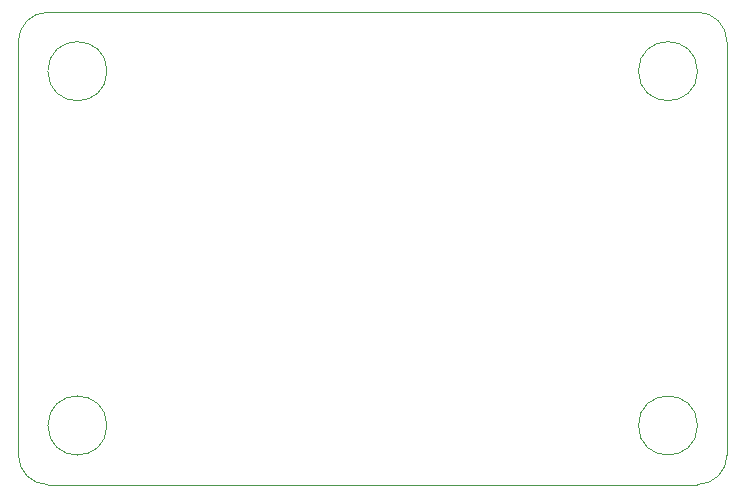
<source format=gbr>
%TF.GenerationSoftware,KiCad,Pcbnew,7.0.1*%
%TF.CreationDate,2023-09-30T16:00:22-04:00*%
%TF.ProjectId,usb_demonstrator,7573625f-6465-46d6-9f6e-73747261746f,rev?*%
%TF.SameCoordinates,Original*%
%TF.FileFunction,Profile,NP*%
%FSLAX46Y46*%
G04 Gerber Fmt 4.6, Leading zero omitted, Abs format (unit mm)*
G04 Created by KiCad (PCBNEW 7.0.1) date 2023-09-30 16:00:22*
%MOMM*%
%LPD*%
G01*
G04 APERTURE LIST*
%TA.AperFunction,Profile*%
%ADD10C,0.100000*%
%TD*%
G04 APERTURE END LIST*
D10*
X187500000Y-72500000D02*
X187500000Y-107500000D01*
X135000000Y-105000000D02*
G75*
G03*
X135000000Y-105000000I-2500000J0D01*
G01*
X127500000Y-107500000D02*
G75*
G03*
X130000000Y-110000000I2500000J0D01*
G01*
X130000000Y-70000000D02*
X185000000Y-70000000D01*
X185000000Y-75000000D02*
G75*
G03*
X185000000Y-75000000I-2500000J0D01*
G01*
X185000000Y-110000000D02*
G75*
G03*
X187500000Y-107500000I0J2500000D01*
G01*
X185000000Y-110000000D02*
X130000000Y-110000000D01*
X130000000Y-70000000D02*
G75*
G03*
X127500000Y-72500000I0J-2500000D01*
G01*
X135000000Y-75000000D02*
G75*
G03*
X135000000Y-75000000I-2500000J0D01*
G01*
X187500000Y-72500000D02*
G75*
G03*
X185000000Y-70000000I-2500000J0D01*
G01*
X185000000Y-105000000D02*
G75*
G03*
X185000000Y-105000000I-2500000J0D01*
G01*
X127500000Y-107500000D02*
X127500000Y-72500000D01*
M02*

</source>
